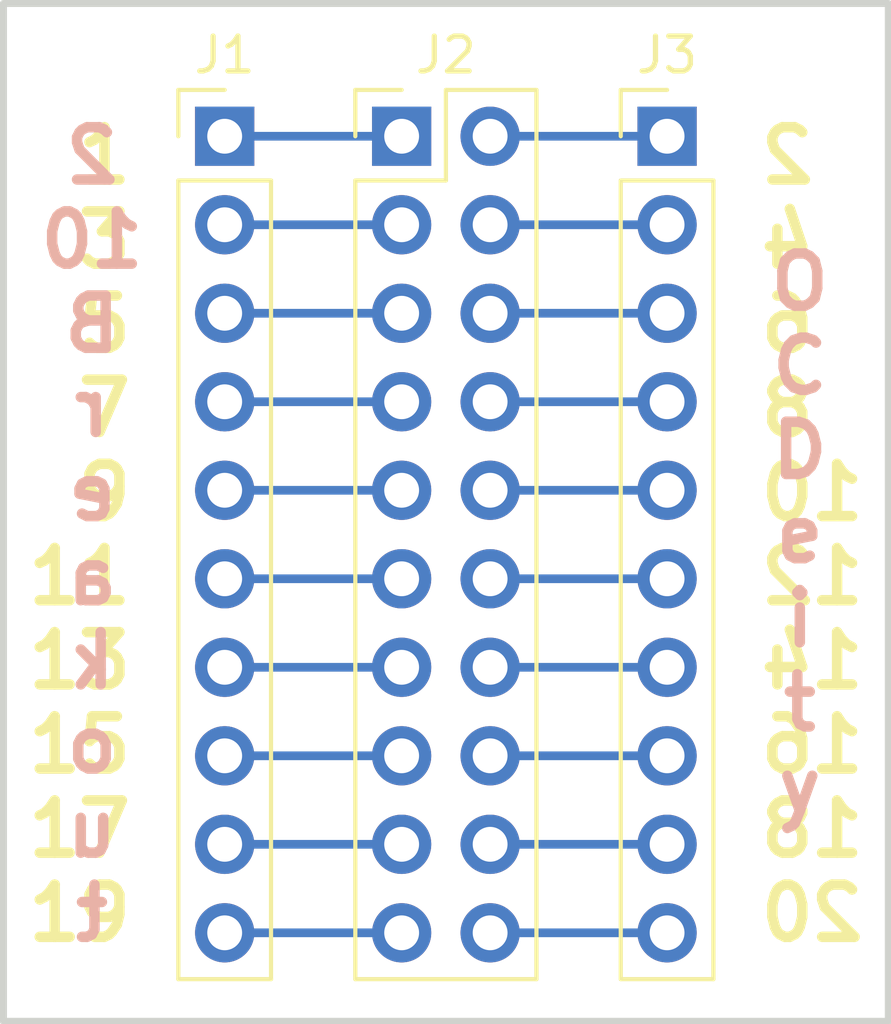
<source format=kicad_pcb>
(kicad_pcb (version 20171130) (host pcbnew "(5.0.0)")

  (general
    (thickness 1.6)
    (drawings 8)
    (tracks 60)
    (zones 0)
    (modules 3)
    (nets 21)
  )

  (page A4)
  (layers
    (0 F.Cu signal)
    (31 B.Cu signal)
    (32 B.Adhes user)
    (33 F.Adhes user)
    (34 B.Paste user)
    (35 F.Paste user)
    (36 B.SilkS user)
    (37 F.SilkS user hide)
    (38 B.Mask user)
    (39 F.Mask user)
    (40 Dwgs.User user)
    (41 Cmts.User user)
    (42 Eco1.User user)
    (43 Eco2.User user)
    (44 Edge.Cuts user)
    (45 Margin user)
    (46 B.CrtYd user)
    (47 F.CrtYd user)
    (48 B.Fab user hide)
    (49 F.Fab user hide)
  )

  (setup
    (last_trace_width 0.25)
    (trace_clearance 0.2)
    (zone_clearance 0.508)
    (zone_45_only no)
    (trace_min 0.2)
    (segment_width 0.2)
    (edge_width 0.15)
    (via_size 0.8)
    (via_drill 0.4)
    (via_min_size 0.4)
    (via_min_drill 0.3)
    (uvia_size 0.3)
    (uvia_drill 0.1)
    (uvias_allowed no)
    (uvia_min_size 0.2)
    (uvia_min_drill 0.1)
    (pcb_text_width 0.3)
    (pcb_text_size 1.5 1.5)
    (mod_edge_width 0.15)
    (mod_text_size 1 1)
    (mod_text_width 0.15)
    (pad_size 1.524 1.524)
    (pad_drill 0.762)
    (pad_to_mask_clearance 0.2)
    (aux_axis_origin 0 0)
    (visible_elements 7FFFFFFF)
    (pcbplotparams
      (layerselection 0x010fc_ffffffff)
      (usegerberextensions false)
      (usegerberattributes false)
      (usegerberadvancedattributes false)
      (creategerberjobfile false)
      (excludeedgelayer true)
      (linewidth 0.100000)
      (plotframeref false)
      (viasonmask false)
      (mode 1)
      (useauxorigin false)
      (hpglpennumber 1)
      (hpglpenspeed 20)
      (hpglpendiameter 15.000000)
      (psnegative false)
      (psa4output false)
      (plotreference true)
      (plotvalue true)
      (plotinvisibletext false)
      (padsonsilk false)
      (subtractmaskfromsilk false)
      (outputformat 1)
      (mirror false)
      (drillshape 0)
      (scaleselection 1)
      (outputdirectory "jlcpcb.com"))
  )

  (net 0 "")
  (net 1 "Net-(J1-Pad1)")
  (net 2 "Net-(J2-Pad2)")
  (net 3 "Net-(J1-Pad2)")
  (net 4 "Net-(J2-Pad4)")
  (net 5 "Net-(J1-Pad3)")
  (net 6 "Net-(J2-Pad6)")
  (net 7 "Net-(J1-Pad4)")
  (net 8 "Net-(J2-Pad8)")
  (net 9 "Net-(J1-Pad5)")
  (net 10 "Net-(J2-Pad10)")
  (net 11 "Net-(J1-Pad6)")
  (net 12 "Net-(J2-Pad12)")
  (net 13 "Net-(J1-Pad7)")
  (net 14 "Net-(J2-Pad14)")
  (net 15 "Net-(J1-Pad8)")
  (net 16 "Net-(J2-Pad16)")
  (net 17 "Net-(J1-Pad9)")
  (net 18 "Net-(J2-Pad18)")
  (net 19 "Net-(J1-Pad10)")
  (net 20 "Net-(J2-Pad20)")

  (net_class Default "This is the default net class."
    (clearance 0.2)
    (trace_width 0.25)
    (via_dia 0.8)
    (via_drill 0.4)
    (uvia_dia 0.3)
    (uvia_drill 0.1)
    (add_net "Net-(J1-Pad1)")
    (add_net "Net-(J1-Pad10)")
    (add_net "Net-(J1-Pad2)")
    (add_net "Net-(J1-Pad3)")
    (add_net "Net-(J1-Pad4)")
    (add_net "Net-(J1-Pad5)")
    (add_net "Net-(J1-Pad6)")
    (add_net "Net-(J1-Pad7)")
    (add_net "Net-(J1-Pad8)")
    (add_net "Net-(J1-Pad9)")
    (add_net "Net-(J2-Pad10)")
    (add_net "Net-(J2-Pad12)")
    (add_net "Net-(J2-Pad14)")
    (add_net "Net-(J2-Pad16)")
    (add_net "Net-(J2-Pad18)")
    (add_net "Net-(J2-Pad2)")
    (add_net "Net-(J2-Pad20)")
    (add_net "Net-(J2-Pad4)")
    (add_net "Net-(J2-Pad6)")
    (add_net "Net-(J2-Pad8)")
  )

  (module Connector_PinHeader_2.54mm:PinHeader_1x10_P2.54mm_Vertical (layer F.Cu) (tedit 59FED5CC) (tstamp 5BB22FC5)
    (at 161.29 80.01)
    (descr "Through hole straight pin header, 1x10, 2.54mm pitch, single row")
    (tags "Through hole pin header THT 1x10 2.54mm single row")
    (path /5BB2A99D)
    (fp_text reference J3 (at 0 -2.33) (layer F.SilkS)
      (effects (font (size 1 1) (thickness 0.15)))
    )
    (fp_text value Conn_01x10 (at 0 25.19) (layer F.Fab)
      (effects (font (size 1 1) (thickness 0.15)))
    )
    (fp_text user %R (at 0 11.43 90) (layer F.Fab)
      (effects (font (size 1 1) (thickness 0.15)))
    )
    (fp_line (start 1.8 -1.8) (end -1.8 -1.8) (layer F.CrtYd) (width 0.05))
    (fp_line (start 1.8 24.65) (end 1.8 -1.8) (layer F.CrtYd) (width 0.05))
    (fp_line (start -1.8 24.65) (end 1.8 24.65) (layer F.CrtYd) (width 0.05))
    (fp_line (start -1.8 -1.8) (end -1.8 24.65) (layer F.CrtYd) (width 0.05))
    (fp_line (start -1.33 -1.33) (end 0 -1.33) (layer F.SilkS) (width 0.12))
    (fp_line (start -1.33 0) (end -1.33 -1.33) (layer F.SilkS) (width 0.12))
    (fp_line (start -1.33 1.27) (end 1.33 1.27) (layer F.SilkS) (width 0.12))
    (fp_line (start 1.33 1.27) (end 1.33 24.19) (layer F.SilkS) (width 0.12))
    (fp_line (start -1.33 1.27) (end -1.33 24.19) (layer F.SilkS) (width 0.12))
    (fp_line (start -1.33 24.19) (end 1.33 24.19) (layer F.SilkS) (width 0.12))
    (fp_line (start -1.27 -0.635) (end -0.635 -1.27) (layer F.Fab) (width 0.1))
    (fp_line (start -1.27 24.13) (end -1.27 -0.635) (layer F.Fab) (width 0.1))
    (fp_line (start 1.27 24.13) (end -1.27 24.13) (layer F.Fab) (width 0.1))
    (fp_line (start 1.27 -1.27) (end 1.27 24.13) (layer F.Fab) (width 0.1))
    (fp_line (start -0.635 -1.27) (end 1.27 -1.27) (layer F.Fab) (width 0.1))
    (pad 10 thru_hole oval (at 0 22.86) (size 1.7 1.7) (drill 1) (layers *.Cu *.Mask)
      (net 20 "Net-(J2-Pad20)"))
    (pad 9 thru_hole oval (at 0 20.32) (size 1.7 1.7) (drill 1) (layers *.Cu *.Mask)
      (net 18 "Net-(J2-Pad18)"))
    (pad 8 thru_hole oval (at 0 17.78) (size 1.7 1.7) (drill 1) (layers *.Cu *.Mask)
      (net 16 "Net-(J2-Pad16)"))
    (pad 7 thru_hole oval (at 0 15.24) (size 1.7 1.7) (drill 1) (layers *.Cu *.Mask)
      (net 14 "Net-(J2-Pad14)"))
    (pad 6 thru_hole oval (at 0 12.7) (size 1.7 1.7) (drill 1) (layers *.Cu *.Mask)
      (net 12 "Net-(J2-Pad12)"))
    (pad 5 thru_hole oval (at 0 10.16) (size 1.7 1.7) (drill 1) (layers *.Cu *.Mask)
      (net 10 "Net-(J2-Pad10)"))
    (pad 4 thru_hole oval (at 0 7.62) (size 1.7 1.7) (drill 1) (layers *.Cu *.Mask)
      (net 8 "Net-(J2-Pad8)"))
    (pad 3 thru_hole oval (at 0 5.08) (size 1.7 1.7) (drill 1) (layers *.Cu *.Mask)
      (net 6 "Net-(J2-Pad6)"))
    (pad 2 thru_hole oval (at 0 2.54) (size 1.7 1.7) (drill 1) (layers *.Cu *.Mask)
      (net 4 "Net-(J2-Pad4)"))
    (pad 1 thru_hole rect (at 0 0) (size 1.7 1.7) (drill 1) (layers *.Cu *.Mask)
      (net 2 "Net-(J2-Pad2)"))
    (model ${KISYS3DMOD}/Connector_PinHeader_2.54mm.3dshapes/PinHeader_1x10_P2.54mm_Vertical.wrl
      (at (xyz 0 0 0))
      (scale (xyz 1 1 1))
      (rotate (xyz 0 0 0))
    )
  )

  (module Connector_PinHeader_2.54mm:PinHeader_1x10_P2.54mm_Vertical (layer F.Cu) (tedit 59FED5CC) (tstamp 5BB22FA7)
    (at 148.59 80.01)
    (descr "Through hole straight pin header, 1x10, 2.54mm pitch, single row")
    (tags "Through hole pin header THT 1x10 2.54mm single row")
    (path /5BB2A851)
    (fp_text reference J1 (at 0 -2.33) (layer F.SilkS)
      (effects (font (size 1 1) (thickness 0.15)))
    )
    (fp_text value Conn_01x10 (at 0 25.19) (layer F.Fab)
      (effects (font (size 1 1) (thickness 0.15)))
    )
    (fp_line (start -0.635 -1.27) (end 1.27 -1.27) (layer F.Fab) (width 0.1))
    (fp_line (start 1.27 -1.27) (end 1.27 24.13) (layer F.Fab) (width 0.1))
    (fp_line (start 1.27 24.13) (end -1.27 24.13) (layer F.Fab) (width 0.1))
    (fp_line (start -1.27 24.13) (end -1.27 -0.635) (layer F.Fab) (width 0.1))
    (fp_line (start -1.27 -0.635) (end -0.635 -1.27) (layer F.Fab) (width 0.1))
    (fp_line (start -1.33 24.19) (end 1.33 24.19) (layer F.SilkS) (width 0.12))
    (fp_line (start -1.33 1.27) (end -1.33 24.19) (layer F.SilkS) (width 0.12))
    (fp_line (start 1.33 1.27) (end 1.33 24.19) (layer F.SilkS) (width 0.12))
    (fp_line (start -1.33 1.27) (end 1.33 1.27) (layer F.SilkS) (width 0.12))
    (fp_line (start -1.33 0) (end -1.33 -1.33) (layer F.SilkS) (width 0.12))
    (fp_line (start -1.33 -1.33) (end 0 -1.33) (layer F.SilkS) (width 0.12))
    (fp_line (start -1.8 -1.8) (end -1.8 24.65) (layer F.CrtYd) (width 0.05))
    (fp_line (start -1.8 24.65) (end 1.8 24.65) (layer F.CrtYd) (width 0.05))
    (fp_line (start 1.8 24.65) (end 1.8 -1.8) (layer F.CrtYd) (width 0.05))
    (fp_line (start 1.8 -1.8) (end -1.8 -1.8) (layer F.CrtYd) (width 0.05))
    (fp_text user %R (at 0 11.43 90) (layer F.Fab)
      (effects (font (size 1 1) (thickness 0.15)))
    )
    (pad 1 thru_hole rect (at 0 0) (size 1.7 1.7) (drill 1) (layers *.Cu *.Mask)
      (net 1 "Net-(J1-Pad1)"))
    (pad 2 thru_hole oval (at 0 2.54) (size 1.7 1.7) (drill 1) (layers *.Cu *.Mask)
      (net 3 "Net-(J1-Pad2)"))
    (pad 3 thru_hole oval (at 0 5.08) (size 1.7 1.7) (drill 1) (layers *.Cu *.Mask)
      (net 5 "Net-(J1-Pad3)"))
    (pad 4 thru_hole oval (at 0 7.62) (size 1.7 1.7) (drill 1) (layers *.Cu *.Mask)
      (net 7 "Net-(J1-Pad4)"))
    (pad 5 thru_hole oval (at 0 10.16) (size 1.7 1.7) (drill 1) (layers *.Cu *.Mask)
      (net 9 "Net-(J1-Pad5)"))
    (pad 6 thru_hole oval (at 0 12.7) (size 1.7 1.7) (drill 1) (layers *.Cu *.Mask)
      (net 11 "Net-(J1-Pad6)"))
    (pad 7 thru_hole oval (at 0 15.24) (size 1.7 1.7) (drill 1) (layers *.Cu *.Mask)
      (net 13 "Net-(J1-Pad7)"))
    (pad 8 thru_hole oval (at 0 17.78) (size 1.7 1.7) (drill 1) (layers *.Cu *.Mask)
      (net 15 "Net-(J1-Pad8)"))
    (pad 9 thru_hole oval (at 0 20.32) (size 1.7 1.7) (drill 1) (layers *.Cu *.Mask)
      (net 17 "Net-(J1-Pad9)"))
    (pad 10 thru_hole oval (at 0 22.86) (size 1.7 1.7) (drill 1) (layers *.Cu *.Mask)
      (net 19 "Net-(J1-Pad10)"))
    (model ${KISYS3DMOD}/Connector_PinHeader_2.54mm.3dshapes/PinHeader_1x10_P2.54mm_Vertical.wrl
      (at (xyz 0 0 0))
      (scale (xyz 1 1 1))
      (rotate (xyz 0 0 0))
    )
  )

  (module Connector_PinHeader_2.54mm:PinHeader_2x10_P2.54mm_Vertical (layer F.Cu) (tedit 59FED5CC) (tstamp 5BB22F89)
    (at 153.67 80.01)
    (descr "Through hole straight pin header, 2x10, 2.54mm pitch, double rows")
    (tags "Through hole pin header THT 2x10 2.54mm double row")
    (path /5BB2A711)
    (fp_text reference J2 (at 1.27 -2.33) (layer F.SilkS)
      (effects (font (size 1 1) (thickness 0.15)))
    )
    (fp_text value Conn_02x10_Odd_Even (at 1.27 25.19) (layer F.Fab)
      (effects (font (size 1 1) (thickness 0.15)))
    )
    (fp_line (start 0 -1.27) (end 3.81 -1.27) (layer F.Fab) (width 0.1))
    (fp_line (start 3.81 -1.27) (end 3.81 24.13) (layer F.Fab) (width 0.1))
    (fp_line (start 3.81 24.13) (end -1.27 24.13) (layer F.Fab) (width 0.1))
    (fp_line (start -1.27 24.13) (end -1.27 0) (layer F.Fab) (width 0.1))
    (fp_line (start -1.27 0) (end 0 -1.27) (layer F.Fab) (width 0.1))
    (fp_line (start -1.33 24.19) (end 3.87 24.19) (layer F.SilkS) (width 0.12))
    (fp_line (start -1.33 1.27) (end -1.33 24.19) (layer F.SilkS) (width 0.12))
    (fp_line (start 3.87 -1.33) (end 3.87 24.19) (layer F.SilkS) (width 0.12))
    (fp_line (start -1.33 1.27) (end 1.27 1.27) (layer F.SilkS) (width 0.12))
    (fp_line (start 1.27 1.27) (end 1.27 -1.33) (layer F.SilkS) (width 0.12))
    (fp_line (start 1.27 -1.33) (end 3.87 -1.33) (layer F.SilkS) (width 0.12))
    (fp_line (start -1.33 0) (end -1.33 -1.33) (layer F.SilkS) (width 0.12))
    (fp_line (start -1.33 -1.33) (end 0 -1.33) (layer F.SilkS) (width 0.12))
    (fp_line (start -1.8 -1.8) (end -1.8 24.65) (layer F.CrtYd) (width 0.05))
    (fp_line (start -1.8 24.65) (end 4.35 24.65) (layer F.CrtYd) (width 0.05))
    (fp_line (start 4.35 24.65) (end 4.35 -1.8) (layer F.CrtYd) (width 0.05))
    (fp_line (start 4.35 -1.8) (end -1.8 -1.8) (layer F.CrtYd) (width 0.05))
    (fp_text user %R (at 1.27 11.43 90) (layer F.Fab)
      (effects (font (size 1 1) (thickness 0.15)))
    )
    (pad 1 thru_hole rect (at 0 0) (size 1.7 1.7) (drill 1) (layers *.Cu *.Mask)
      (net 1 "Net-(J1-Pad1)"))
    (pad 2 thru_hole oval (at 2.54 0) (size 1.7 1.7) (drill 1) (layers *.Cu *.Mask)
      (net 2 "Net-(J2-Pad2)"))
    (pad 3 thru_hole oval (at 0 2.54) (size 1.7 1.7) (drill 1) (layers *.Cu *.Mask)
      (net 3 "Net-(J1-Pad2)"))
    (pad 4 thru_hole oval (at 2.54 2.54) (size 1.7 1.7) (drill 1) (layers *.Cu *.Mask)
      (net 4 "Net-(J2-Pad4)"))
    (pad 5 thru_hole oval (at 0 5.08) (size 1.7 1.7) (drill 1) (layers *.Cu *.Mask)
      (net 5 "Net-(J1-Pad3)"))
    (pad 6 thru_hole oval (at 2.54 5.08) (size 1.7 1.7) (drill 1) (layers *.Cu *.Mask)
      (net 6 "Net-(J2-Pad6)"))
    (pad 7 thru_hole oval (at 0 7.62) (size 1.7 1.7) (drill 1) (layers *.Cu *.Mask)
      (net 7 "Net-(J1-Pad4)"))
    (pad 8 thru_hole oval (at 2.54 7.62) (size 1.7 1.7) (drill 1) (layers *.Cu *.Mask)
      (net 8 "Net-(J2-Pad8)"))
    (pad 9 thru_hole oval (at 0 10.16) (size 1.7 1.7) (drill 1) (layers *.Cu *.Mask)
      (net 9 "Net-(J1-Pad5)"))
    (pad 10 thru_hole oval (at 2.54 10.16) (size 1.7 1.7) (drill 1) (layers *.Cu *.Mask)
      (net 10 "Net-(J2-Pad10)"))
    (pad 11 thru_hole oval (at 0 12.7) (size 1.7 1.7) (drill 1) (layers *.Cu *.Mask)
      (net 11 "Net-(J1-Pad6)"))
    (pad 12 thru_hole oval (at 2.54 12.7) (size 1.7 1.7) (drill 1) (layers *.Cu *.Mask)
      (net 12 "Net-(J2-Pad12)"))
    (pad 13 thru_hole oval (at 0 15.24) (size 1.7 1.7) (drill 1) (layers *.Cu *.Mask)
      (net 13 "Net-(J1-Pad7)"))
    (pad 14 thru_hole oval (at 2.54 15.24) (size 1.7 1.7) (drill 1) (layers *.Cu *.Mask)
      (net 14 "Net-(J2-Pad14)"))
    (pad 15 thru_hole oval (at 0 17.78) (size 1.7 1.7) (drill 1) (layers *.Cu *.Mask)
      (net 15 "Net-(J1-Pad8)"))
    (pad 16 thru_hole oval (at 2.54 17.78) (size 1.7 1.7) (drill 1) (layers *.Cu *.Mask)
      (net 16 "Net-(J2-Pad16)"))
    (pad 17 thru_hole oval (at 0 20.32) (size 1.7 1.7) (drill 1) (layers *.Cu *.Mask)
      (net 17 "Net-(J1-Pad9)"))
    (pad 18 thru_hole oval (at 2.54 20.32) (size 1.7 1.7) (drill 1) (layers *.Cu *.Mask)
      (net 18 "Net-(J2-Pad18)"))
    (pad 19 thru_hole oval (at 0 22.86) (size 1.7 1.7) (drill 1) (layers *.Cu *.Mask)
      (net 19 "Net-(J1-Pad10)"))
    (pad 20 thru_hole oval (at 2.54 22.86) (size 1.7 1.7) (drill 1) (layers *.Cu *.Mask)
      (net 20 "Net-(J2-Pad20)"))
    (model ${KISYS3DMOD}/Connector_PinHeader_2.54mm.3dshapes/PinHeader_2x10_P2.54mm_Vertical.wrl
      (at (xyz 0 0 0))
      (scale (xyz 1 1 1))
      (rotate (xyz 0 0 0))
    )
  )

  (gr_text "2\n10\nB\nr\ne\na\nk\no\nu\nt" (at 144.78 91.44) (layer B.SilkS)
    (effects (font (size 1.5 1.5) (thickness 0.3)) (justify mirror))
  )
  (gr_text "O\nC\nD\ne\ni\nt\ny" (at 165.1 91.44) (layer B.SilkS)
    (effects (font (size 1.5 1.5) (thickness 0.3)))
  )
  (gr_line (start 142.24 76.2) (end 142.24 105.41) (layer Edge.Cuts) (width 0.2))
  (gr_line (start 167.64 76.2) (end 142.24 76.2) (layer Edge.Cuts) (width 0.2))
  (gr_line (start 167.64 105.41) (end 167.64 76.2) (layer Edge.Cuts) (width 0.2))
  (gr_line (start 142.24 105.41) (end 167.64 105.41) (layer Edge.Cuts) (width 0.2))
  (gr_text "1\n3\n5\n7\n9\n11\n13\n15\n17\n19" (at 146.05 91.44) (layer F.SilkS)
    (effects (font (size 1.5 1.5) (thickness 0.3)) (justify right))
  )
  (gr_text "2\n4\n6\n8\n10\n12\n14\n16\n18\n20" (at 163.83 91.44) (layer F.SilkS)
    (effects (font (size 1.5 1.5) (thickness 0.3)) (justify right mirror))
  )

  (segment (start 148.59 80.01) (end 153.67 80.01) (width 0.25) (layer B.Cu) (net 1))
  (via (at 148.59 80.01) (size 0.8) (layers F.Cu B.Cu) (net 1))
  (via (at 153.67 80.01) (size 0.8) (layers F.Cu B.Cu) (net 1))
  (segment (start 161.29 80.01) (end 156.21 80.01) (width 0.25) (layer B.Cu) (net 2))
  (via (at 161.29 80.01) (size 0.8) (layers F.Cu B.Cu) (net 2))
  (via (at 156.21 80.01) (size 0.8) (layers F.Cu B.Cu) (net 2))
  (segment (start 148.59 82.55) (end 153.67 82.55) (width 0.25) (layer B.Cu) (net 3))
  (via (at 148.59 82.55) (size 0.8) (layers F.Cu B.Cu) (net 3))
  (via (at 153.67 82.55) (size 0.8) (layers F.Cu B.Cu) (net 3))
  (segment (start 161.29 82.55) (end 156.21 82.55) (width 0.25) (layer B.Cu) (net 4))
  (via (at 161.29 82.55) (size 0.8) (layers F.Cu B.Cu) (net 4))
  (via (at 156.21 82.55) (size 0.8) (layers F.Cu B.Cu) (net 4))
  (segment (start 148.59 85.09) (end 153.67 85.09) (width 0.25) (layer B.Cu) (net 5))
  (via (at 148.59 85.09) (size 0.8) (layers F.Cu B.Cu) (net 5))
  (via (at 153.67 85.09) (size 0.8) (layers F.Cu B.Cu) (net 5))
  (segment (start 161.29 85.09) (end 156.21 85.09) (width 0.25) (layer B.Cu) (net 6))
  (via (at 161.29 85.09) (size 0.8) (layers F.Cu B.Cu) (net 6))
  (via (at 156.21 85.09) (size 0.8) (layers F.Cu B.Cu) (net 6))
  (segment (start 148.59 87.63) (end 153.67 87.63) (width 0.25) (layer B.Cu) (net 7))
  (via (at 148.59 87.63) (size 0.8) (layers F.Cu B.Cu) (net 7))
  (via (at 153.67 87.63) (size 0.8) (layers F.Cu B.Cu) (net 7))
  (segment (start 161.29 87.63) (end 156.21 87.63) (width 0.25) (layer B.Cu) (net 8))
  (via (at 161.29 87.63) (size 0.8) (layers F.Cu B.Cu) (net 8))
  (via (at 156.21 87.63) (size 0.8) (layers F.Cu B.Cu) (net 8))
  (segment (start 148.59 90.17) (end 153.67 90.17) (width 0.25) (layer B.Cu) (net 9))
  (via (at 148.59 90.17) (size 0.8) (layers F.Cu B.Cu) (net 9))
  (via (at 153.67 90.17) (size 0.8) (layers F.Cu B.Cu) (net 9))
  (segment (start 161.29 90.17) (end 156.21 90.17) (width 0.25) (layer B.Cu) (net 10))
  (via (at 161.29 90.17) (size 0.8) (layers F.Cu B.Cu) (net 10))
  (via (at 156.21 90.17) (size 0.8) (layers F.Cu B.Cu) (net 10))
  (segment (start 148.59 92.71) (end 153.67 92.71) (width 0.25) (layer B.Cu) (net 11))
  (via (at 148.59 92.71) (size 0.8) (layers F.Cu B.Cu) (net 11))
  (via (at 153.67 92.71) (size 0.8) (layers F.Cu B.Cu) (net 11))
  (segment (start 161.29 92.71) (end 156.21 92.71) (width 0.25) (layer B.Cu) (net 12))
  (via (at 161.29 92.71) (size 0.8) (layers F.Cu B.Cu) (net 12))
  (via (at 156.21 92.71) (size 0.8) (layers F.Cu B.Cu) (net 12))
  (segment (start 148.59 95.25) (end 153.67 95.25) (width 0.25) (layer B.Cu) (net 13))
  (via (at 148.59 95.25) (size 0.8) (layers F.Cu B.Cu) (net 13))
  (via (at 153.67 95.25) (size 0.8) (layers F.Cu B.Cu) (net 13))
  (segment (start 161.29 95.25) (end 156.21 95.25) (width 0.25) (layer B.Cu) (net 14))
  (via (at 161.29 95.25) (size 0.8) (layers F.Cu B.Cu) (net 14))
  (via (at 156.21 95.25) (size 0.8) (layers F.Cu B.Cu) (net 14))
  (segment (start 148.59 97.79) (end 153.67 97.79) (width 0.25) (layer B.Cu) (net 15))
  (via (at 148.59 97.79) (size 0.8) (layers F.Cu B.Cu) (net 15))
  (via (at 153.67 97.79) (size 0.8) (layers F.Cu B.Cu) (net 15))
  (segment (start 161.29 97.79) (end 156.21 97.79) (width 0.25) (layer B.Cu) (net 16))
  (via (at 161.29 97.79) (size 0.8) (layers F.Cu B.Cu) (net 16))
  (via (at 156.21 97.79) (size 0.8) (layers F.Cu B.Cu) (net 16))
  (segment (start 148.59 100.33) (end 153.67 100.33) (width 0.25) (layer B.Cu) (net 17))
  (via (at 148.59 100.33) (size 0.8) (layers F.Cu B.Cu) (net 17))
  (via (at 153.67 100.33) (size 0.8) (layers F.Cu B.Cu) (net 17))
  (segment (start 161.29 100.33) (end 156.21 100.33) (width 0.25) (layer B.Cu) (net 18))
  (via (at 161.29 100.33) (size 0.8) (layers F.Cu B.Cu) (net 18))
  (via (at 156.21 100.33) (size 0.8) (layers F.Cu B.Cu) (net 18))
  (segment (start 148.59 102.87) (end 153.67 102.87) (width 0.25) (layer B.Cu) (net 19))
  (via (at 148.59 102.87) (size 0.8) (layers F.Cu B.Cu) (net 19))
  (via (at 153.67 102.87) (size 0.8) (layers F.Cu B.Cu) (net 19))
  (segment (start 161.29 102.87) (end 156.21 102.87) (width 0.25) (layer B.Cu) (net 20))
  (via (at 161.29 102.87) (size 0.8) (layers F.Cu B.Cu) (net 20))
  (via (at 156.21 102.87) (size 0.8) (layers F.Cu B.Cu) (net 20))

)

</source>
